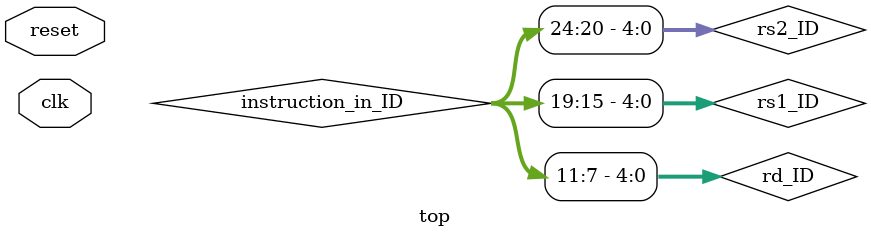
<source format=sv>

module top #(parameter size = 32, GHR_size = 10, PC_size = 10) (
    input clk,
    input reset
    //output logic out     
    );
    
    /************************************************************* IF Satge *******************************************************************/
    
    logic [size - 1 : 0] PC_out;
    logic [size - 1: 0] jump_mux_out;
    logic PC_write;
    
    // Instentiating Program Counter Module
    program_counter pc(
    .clk(clk),
    .reset(reset),
    .PC_write(PC_write),
    .jump_mux_out(jump_mux_out),
    // Output
    .PC_out(PC_out) 
    );
    
    logic [size - 1 : 0] PC_adder_mux_out;
    logic [size-1 : 0] PC_EX_in;		// Program counetr from EX stage
    logic [size-1 : 0] ALU_out_EX;
    logic jump_flag_EX_in;
    logic [1:0] branch_comp_MUX_select_EX;
    logic [size-1 : 0] imm_EX_in;
    logic branch_signal;
    
    // Instentiating PC+4 adder Module
    PC_adder_MUX_IF_Stage pc_add_IF(
    .jump_flag_EX_in(jump_flag_EX_in),
    .PC_adder_mux_select(branch_comp_MUX_select_EX),
    .PC_out(PC_out),
    .ALU_out(ALU_out_EX),
    .PC_plus_offset_from_EX(PC_EX_in + imm_EX_in),
    .PC_EX(PC_EX_in),
    // Output
    .PC_adder_mux_out(PC_adder_mux_out)
    );
    
       
    //logic jump_flag;        
    //assign jump_flag_ID = IF_data_out[64];  // Jump Mux control signal generagted in the ID stage and stored in the ID/IF pipeline register
    
    logic jump_flag_MEM_in;
    logic branch_jump_flag;		// Actual branch signal form branch comparators
    logic [size-1 : 0] ALU_out_MEM_in;
    //logic [size - 1 : 0] ALU_in_MEM;       // output of ALU
     
    //assign out =  jump_flag  ;
      
    // Intentiating Mux module to comtrol jump
    
    logic YAGS_prediction;			// branch predictor output (1 for taken, 0 for not taken)
    logic [size - 1 : 0] branch_comp_MUX_out_EX;
    logic [size - 1: 0] imm_YAGS;
    logic PHT_prediction;
    
    // Jump MUX
    jump_mux jal(
    .PC_out(PC_out),
    .YAGS_prediction(YAGS_prediction),
    .branch_comp_MUX_out_EX(PC_adder_mux_out),
    .imm_YAGS(imm_YAGS),
    .PHT_prediction(PHT_prediction),
    // Output
    .jump_mux_out(jump_mux_out)
    );
    
    logic [size-1 : 0] IMem_Intruction;
    //logic [63:0] IF_data_out;  // Output of IF Stage (65-bit)
    logic branch_check;
    
    // Instentiating Instruction Memeory Module
    inst_mem IMem(
	    .PC_in(PC_out),
	    // Output
	    .instruction(IMem_Intruction),
	    .branch_check(branch_check),
	    .imm_YAGS(imm_YAGS)
	    );
    
    	// Pattern History tabke Output	(1 for taken, 0 for not taken)
    logic PHT_conflict;	// Flag to check whether the actual prediction macthes the PHT prediction (1 for match, 0 for mismatch) 
    logic [ GHR_size - 1 : 0 ] GHR;
    logic PHT_prediction_EX;
    logic Taken_Arr_prediction;
    logic Taken_Arr_hit;
    logic Not_Taken_Arr_prediction;
    logic Not_Taken_Arr_hit; 
    logic [ PC_size - 1 : 0 ] Taken_Arr_Index;
    logic [ PC_size - 1 : 0 ] Not_Taken_Arr_Index;
    logic [ PC_size - 1 : 0 ] Taken_Arr_Index_EX;
    logic [ PC_size - 1 : 0 ] Not_Taken_Arr_Index_EX;
    logic YAGS_prediction_EX;
    
    logic T_NT_Arr_hit_IF;
    logic T_NT_Arr_hit_ID;
    logic T_NT_Arr_hit_EX;
    
    logic Taken_Arr_prediction_IF;
    logic Not_Taken_Arr_prediction_IF;
    logic Taken_Arr_prediction_ID;
    logic Not_Taken_Arr_prediction_ID;
    logic Taken_Arr_prediction_EX;
    logic Not_Taken_Arr_prediction_EX;
    logic Taken_Arr_hit_EX;
    logic Not_Taken_Arr_hit_EX;
    
    Taken_Array T_cache ( 
	.clk(clk),
	.rst(reset),
	.Current_PC(PC_out[PC_size-1:0]),
	.PC_from_branch_comp(PC_EX_in[PC_size-1:0]),
	.GHR(GHR),
	.PHT_prediction_EX(PHT_prediction_EX),
	.PHT_prediction(PHT_prediction),
	.actual_prediction(branch_jump_flag),
	.branch_signal(branch_signal),
	.Taken_Arr_Index_EX(Taken_Arr_Index_EX),
	.branch(branch_check),
	.Taken_Arr_hit_EX(Taken_Arr_hit_EX),
	// outputs
	.Taken_Arr_Index(Taken_Arr_Index),
	.Taken_Arr_prediction(Taken_Arr_prediction_IF),
	.Taken_Arr_hit(Taken_Arr_hit)
	 ); 
	 
    Not_Taken_Array NT_cache ( 
	.clk(clk),
	.rst(reset),
	.Current_PC(PC_out[PC_size-1:0]),
	.PC_from_branch_comp(PC_EX_in[PC_size-1:0]),
	.GHR(GHR),
	.PHT_prediction_EX(PHT_prediction_EX),
	.PHT_prediction(PHT_prediction),
	.actual_prediction(branch_jump_flag),
	.branch_signal(branch_signal),
	.Not_Taken_Arr_Index_EX(Not_Taken_Arr_Index_EX),
	.branch(branch_check),
	.Not_Taken_Arr_hit_EX(Not_Taken_Arr_hit_EX),
	// outputs
	.Not_Taken_Arr_Index(Not_Taken_Arr_Index),
	.Not_Taken_Arr_prediction(Not_Taken_Arr_prediction_IF),
	.Not_Taken_Arr_hit(Not_Taken_Arr_hit)
	 );
	 
	  
    // Instantiating branch Predictor
    YAGS_branch_predictor YAGS_Predictor (
	.clk(clk), 
	.rst(reset), 
	.actual_prediction(branch_jump_flag), 
	.branch(branch_check), 
	.branch_signal(branch_signal),  //this is for the BRANCH signal from ex stage to initiate the history register
	.PHT_conflict(PHT_conflict),
	.PC(PC_out[PC_size-1:0]), 
	.PC_from_branch_comp(PC_EX_in[PC_size-1:0]),
	.GHR(GHR),
	.Taken_Arr_prediction(Taken_Arr_prediction_IF),
	.Taken_Arr_hit(Taken_Arr_hit),
	.Not_Taken_Arr_prediction(Not_Taken_Arr_prediction_IF),
	.Not_Taken_Arr_hit(Not_Taken_Arr_hit),
	.T_NT_Arr_hit_EX(T_NT_Arr_hit_EX),
	.Taken_Arr_prediction_EX(Taken_Arr_prediction_EX),
	.NOT_Taken_Arr_prediction_EX(Not_Taken_Arr_prediction_EX),
	// outputs
	.PHT_prediction(PHT_prediction),
	.YAGS_prediction(YAGS_prediction) ,
	.T_NT_Arr_hit(T_NT_Arr_hit_IF)
	);
	 	  
    /************************************************************* IF / ID Satge Register *******************************************************************/   
    logic [31:0] PC_in_ID, instruction_in_ID;
    logic IF_ID_reg_write_en;
    logic flush;
    logic YAGS_prediction_ID;
    logic PHT_prediction_ID;
    logic YAGS_conflict;
    logic [ PC_size - 1 : 0 ] Taken_Arr_Index_ID;
    logic [ PC_size - 1 : 0 ] Not_Taken_Arr_Index_ID;
    logic jump_instruction_EX;
    logic Taken_Arr_hit_ID;
    logic Not_Taken_Arr_hit_ID;
    
    // If/ID Stage Register
    IF_ID_Stage_Reg REG_IF_ID(
    .clk(clk),
    .reset(reset),
    .flush(flush),
    .PHT_conflict(PHT_conflict),
    .IF_ID_reg_write_en(IF_ID_reg_write_en),
    .PC_out_IF(PC_out),
    .instruction_out_IF(IMem_Intruction),
    .YAGS_prediction_IF(YAGS_prediction),
    .PHT_prediction_IF(PHT_prediction),
    .Taken_Arr_Index_IF(Taken_Arr_Index),
    .Not_Taken_Arr_Index_IF(Not_Taken_Arr_Index),
    .YAGS_conflict(YAGS_conflict),
    .T_NT_Arr_hit_IF(T_NT_Arr_hit_IF),
    .Taken_Arr_prediction_IF(Taken_Arr_prediction_IF),
    .Not_Taken_Arr_prediction_IF(Not_Taken_Arr_prediction_IF),
    .jump_instruction_EX(jump_instruction_EX),
    .Taken_Arr_hit_IF(Taken_Arr_hit),
    .Not_Taken_Arr_hit_IF(Not_Taken_Arr_hit),
    // outputs of ID/EX Register
    .PC_in_ID(PC_in_ID),
    .instruction_in_ID(instruction_in_ID),
    .YAGS_prediction_ID(YAGS_prediction_ID),
    .PHT_prediction_ID(PHT_prediction_ID),
    .Taken_Arr_Index_ID(Taken_Arr_Index_ID),
    .Not_Taken_Arr_Index_ID(Not_Taken_Arr_Index_ID),
    .T_NT_Arr_hit_ID(T_NT_Arr_hit_ID),
    .Taken_Arr_prediction_ID(Taken_Arr_prediction_ID),
    .Not_Taken_Arr_prediction_ID(Not_Taken_Arr_prediction_ID),
    .Taken_Arr_hit_ID(Taken_Arr_hit_ID),
    .Not_Taken_Arr_hit_ID(Not_Taken_Arr_hit_ID)
    );
     
    /************************************************************* ID Satge *******************************************************************/

    logic [4:0] rs1_ID, rs2_ID, rd_ID;
    logic [size-1 : 0] data1_ID_out, data2_ID_out;
    
    assign rs1_ID = instruction_in_ID[19:15];
    assign rs2_ID = instruction_in_ID[24:20];
    assign rd_ID = instruction_in_ID[11:7];
    
    logic [size - 1 : 0] imm_ID;    // immediate output from immediate generator
    
    imm_gen im_gen(
    .instruction_in(instruction_in_ID),
    // Output
    .imm_out(imm_ID)
    );
    
    
    logic reg_wr_en_ID_out;
    logic B_Sel_ID_out;
    logic [3:0] ALU_Sel_ID_out;
    logic DMemWR_ID_out;
    logic [1:0] WB_Sel_ID_out;
    logic [1:0] store_size_ID_out;
    logic [2:0] load_size_ID_out;
    logic jalr_flag_ID_out;
    logic jump_flag_ID_out;
    logic BrUn_ID_out;

    
    logic load_hazard_ID;
    
    control_logic cl( 
    .instruction(instruction_in_ID),
    //.BrEq(BrEq_ID_in),
    //.BrLt(BrLt_ID_in),
    // Outputs
    .reg_wr_en(reg_wr_en_ID_out),
    .BSel(B_Sel_ID_out),
    .DMemWR(DMemWR_ID_out),
    .jalr_flag(jalr_flag_ID_out),
    .jump_flag(jump_flag_ID_out),
    .BrUn(BrUn_ID_out),
    .WB_Sel(WB_Sel_ID_out),
    .store_size(store_size_ID_out),
    .load_size(load_size_ID_out),
    .ALU_Sel(ALU_Sel_ID_out),
    .load_hazard_ID(load_hazard_ID)
    );
      
    
    logic [size - 1:0] mux_wb_out;     // Output of last mux, data to be written into the register 
    logic [size-1:0] instruction_WB_in;
    logic [4:0] rd_WB_in;
    logic reg_wr_en_WB_in;
    assign rd_WB_in = instruction_WB_in[11:7];
 
        
    reg_file register_file(
    .clk(clk),
    .reg_wr_en(reg_wr_en_WB_in),
    .rs1(rs1_ID),
    .rs2(rs2_ID),
    .rd(rd_WB_in),
    .dataW_reg_file(mux_wb_out),
    .data1(data1_ID_out),
    .data2(data2_ID_out)
    );
    
//    logic [size-1:0] mux_RAW_ID_data1_out;
//    logic forward_C;   // mux_RAW_rs1 select signal
    
//    mux_RAW_ID_rs1 RAW_ID_rs1(
//    .reg_out_data1(data1_ID_out),
//    .WB_out_data1(mux_wb_out),
//    .mux_Sel_RAW_ID_rs1(forward_C),
//    .mux_RAW_ID_data1_out(mux_RAW_ID_data1_out)
//    );
    
//    logic [size-1:0] mux_RAW_ID_data2_out;
//    logic forward_D;   // mux_RAW_rs2 select signal
    
//    mux_RAW_ID_rs2 RAW_ID_rs2(
//    .reg_out_data2(data2_ID_out),
//    .WB_out_data2(mux_wb_out),
//    .mux_Sel_RAW_ID_rs2(forward_D),
//    .mux_RAW_ID_data2_out(mux_RAW_ID_data2_out)
//    );
    
    //logic [4:0] rs1_EX_in;
    //logic [4:0] rs2_EX_in;
  
    logic [size-1 : 0] data1_EX_in;
    logic [size-1 : 0] data2_EX_in;
    //logic [4 : 0] rd_EX_in;
    logic [size-1 : 0] instruction_EX_in;
    logic reg_wr_en_EX_in;
    logic B_Sel_EX_in;
    logic [3:0] ALU_Sel_EX_in;
    logic DMemWR_EX_in;
    logic [1:0] WB_Sel_EX_in;
    logic [1:0] store_size_EX_in;
    logic [2:0] load_size_EX_in;
    logic jalr_flag_EX_in;
    //logic jump_flag_EX_in;
    logic BrUn_EX_in;
    //logic BrLt_EX_out;
    //logic BrEq_EX_out;
    
    
    
    logic stall_mux_Sel;
    logic load_hazard_EX;
    
    hazard_detection_unit hd(
    .instruction_ID_in(instruction_in_ID),
    .instruction_EX_in(instruction_EX_in),
    .DMemWR_EX_in(DMemWR_EX_in),
    .WB_Sel_EX_in(WB_Sel_EX_in),
    .reg_wr_en_EX_in(reg_wr_en_EX_in),
    .load_hazard_EX(load_hazard_EX),
    // Outputs
    .PC_write(PC_write),
    .IF_ID_reg_write_en(IF_ID_reg_write_en),
    .stall_mux_Sel(stall_mux_Sel)  
    );
    
    logic stall_reg_wr_en;
    logic stall_BSel;
    logic stall_DMemWR;
    logic stall_jalr_flag;
    logic stall_jump_flag;
    logic stall_BrUn;
    logic [1:0] stall_WB_Sel;
    logic [1:0] stall_store_size;
    logic [2:0] stall_load_size;
    logic [3:0] stall_ALU_Sel;
    
    mux_stall_signals_control stall(
    .stall_mux_Sel(stall_mux_Sel),
    .reg_wr_en(reg_wr_en_ID_out),                       // register write enable
//    .BSel(B_Sel_ID_out),                              // immediate select fot BSel = 1
    .DMemWR(DMemWR_ID_out),                             // Read/Write enable fr data memeory 1 to write, 0 to read
//    .jalr_flag(jalr_flag_ID_out),                     // jalr instrcution flag
//    .jump_flag(jump_flag_ID_out),                     //  jal flag
//    .BrUn(BrUn_ID_out),                               // unsigned branch flag
//    .WB_Sel(WB_Sel_ID_out),                           // slect between ALU result and data mmeory result. 1 for ALU, 0 for data meomory
//    .store_size(store_size_ID_out),                   // defining size of data to be stored in case of store instruction
//    .load_size(load_size_ID_out),                     // defining size of data to be loaded in case of store instruction    
//    .ALU_Sel(ALU_Sel_ID_out),                         // ALU operation select based upon func3 bits and bit 6 of funct7
    
    //Outputs
    .stall_reg_wr_en(stall_reg_wr_en),
//    .stall_BSel(stall_BSel),
    .stall_DMemWR(stall_DMemWR)
//    .stall_jalr_flag(stall_jalr_flag),
//    .stall_jump_flag(stall_jump_flag),
//    .stall_BrUn(stall_BrUn),
//    .stall_WB_Sel(stall_WB_Sel),
//    .stall_store_size(stall_store_size),
//    .stall_load_size(stall_load_size),
//    .stall_ALU_Sel(stall_ALU_Sel)
    );
    
    /************************************************************* ID/ EX Satge Register *******************************************************************/
     
    ID_EX_Stage_Reg REG_ID_EX(
    .clk(clk),
    .reset(reset),
    .flush(flush),
     .PHT_conflict(PHT_conflict),
    //.rs1_ID(rs1_ID),
    //.rs2_ID(rs2_ID),
    .instruction_ID_in(instruction_in_ID),      // INSTRUCTION ADDED
    .PC_ID_out(PC_in_ID),
    .data1_ID_out(data1_ID_out),
    .data2_ID_out(data2_ID_out),
    .imm_ID_out(imm_ID),
    //.rd_ID_out(rd_ID),
    .reg_wr_en_ID_out(stall_reg_wr_en),
    .B_Sel_ID_out(B_Sel_ID_out),
    .ALU_Sel_ID_out(ALU_Sel_ID_out),
    .DMemWR_ID_out(stall_DMemWR),
    .WB_Sel_ID_out(WB_Sel_ID_out),
    .store_size_ID_out(store_size_ID_out),
    .load_size_ID_out(load_size_ID_out),
    .jalr_flag_ID_out(jalr_flag_ID_out),
    .jump_flag_ID_out(jump_flag_ID_out),
    .BrUn_ID_out(BrUn_ID_out),
    .load_hazard_ID(load_hazard_ID),
    .YAGS_prediction_ID(YAGS_prediction_ID),
    .PHT_prediction_ID(PHT_prediction_ID),
    .Taken_Arr_Index_ID(Taken_Arr_Index_ID),
    .Not_Taken_Arr_Index_ID(Not_Taken_Arr_Index_ID),
    .YAGS_conflict(YAGS_conflict),
    .T_NT_Arr_hit_ID(T_NT_Arr_hit_ID),
    .Taken_Arr_prediction_ID(Taken_Arr_prediction_ID),
    .Not_Taken_Arr_prediction_ID(Not_Taken_Arr_prediction_ID),
    .jump_instruction_EX(jump_instruction_EX),
    .Taken_Arr_hit_ID(Taken_Arr_hit_ID),
    .Not_Taken_Arr_hit_ID(Not_Taken_Arr_hit_ID),
    //.BrLt_ID_in(BrLt_ID_in),
    //.BrEq_ID_in(BrEq_ID_in),
    
    // Outputs of ID/EX Register
    //.rs1_EX_in(rs1_EX_in),
    //.rs2_EX_in(rs2_EX_in),
    
    // outputs
    .PC_EX_in(PC_EX_in),
    .data1_EX_in(data1_EX_in),
    .data2_EX_in(data2_EX_in),
    .imm_EX_in(imm_EX_in),
    //.rd_EX_in(rd_EX_in),
    .instruction_EX_in(instruction_EX_in),      // INSTRUCTION ADDED
    .reg_wr_en_EX_in(reg_wr_en_EX_in),
    .B_Sel_EX_in(B_Sel_EX_in),
    .ALU_Sel_EX_in(ALU_Sel_EX_in),
    .DMemWR_EX_in(DMemWR_EX_in),
    .WB_Sel_EX_in(WB_Sel_EX_in),
    .store_size_EX_in(store_size_EX_in),
    .load_size_EX_in(load_size_EX_in),
    .jalr_flag_EX_in(jalr_flag_EX_in),
    .jump_flag_EX_in(jump_flag_EX_in),
    .BrUn_EX_in(BrUn_EX_in),
    .load_hazard_EX(load_hazard_EX),
    .YAGS_prediction_EX(YAGS_prediction_EX),
    .PHT_prediction_EX(PHT_prediction_EX),
    .Taken_Arr_Index_EX(Taken_Arr_Index_EX),
    .Not_Taken_Arr_Index_EX(Not_Taken_Arr_Index_EX),
    .T_NT_Arr_hit_EX(T_NT_Arr_hit_EX),
    .Taken_Arr_prediction_EX(Taken_Arr_prediction_EX),
    .NOT_Taken_Arr_prediction_EX(Not_Taken_Arr_prediction_EX),
    .Taken_Arr_hit_EX(Taken_Arr_hit_EX),
    .Not_Taken_Arr_hit_EX(Not_Taken_Arr_hit_EX)
    //.BrLt_EX_out(BrLt_EX_out),
    //.BrEq_EX_out(BrEq_EX_out) 
    );
    
    /************************************************************* EX Satge *******************************************************************/
    
    logic BrLt;
    logic BrEq;
    logic [size-1 : 0] mux_out_A;
    logic [size-1 : 0] mux_out_B;
       
    branch_comparator bcmp(
    .data1(mux_out_A),
    .data2(mux_out_B),
    .BrUn(BrUn_EX_in),
    // Outputs
    .BrLt(BrLt),      // output from EX satge and direct input to control logic in ID stage
    .BrEq(BrEq)       // output from EX satge and direct input to control logic in ID stage
    );
    
    branch_jump_decision branch( 
    .jump_flag_EX_in(jump_flag_EX_in),
    .instruction_EX_in(instruction_EX_in),
    .BrLt(BrLt),                                // beq branch flag
    .BrEq(BrEq),                                // blt branch flag                                
     // Outputs                       
    .branch_signal(branch_signal),             //this is for the BRANCH signal ti the IF stage to initiate the history register
    .branch_jump_flag(branch_jump_flag),       //  branch flag from comparator
    .jump_instruction_EX(jump_instruction_EX),
    .flush(flush)
    );
    
  
   signal_gen_for_branch_mux signal_gen(
   //INPUTS
   .PHT_prediction_EX(PHT_prediction_EX), 
   .actual_prediction(branch_jump_flag),
   .jump_flag_EX_in(jump_flag_EX_in),
   .YAGS_prediction_EX(YAGS_prediction_EX),
   .branch_signal(branch_signal),
   .clk(clk),
   //OUTPUTS
   .branch_comp_MUX_select_EX(branch_comp_MUX_select_EX),
   .PHT_conflict(PHT_conflict),
   .YAGS_conflict(YAGS_conflict)	// from EX Stage
   );
  
  
   global_history_register global_history( 
	.clk(clk),
	.rst(reset),
	.branch_signal(branch_signal),
	.actual_prediction(branch_jump_flag),
	.GHR(GHR)	
	);
    /*
    always_comb
	    begin
	    
		    if( YAGS_prediction_EX == 1 && branch_jump_flag == 0 )	// T/NT conflict
			    begin
			    	branch_comp_MUX_select_EX = 3;
			    	conflict = 1;
			    end
		    else if( YAGS_prediction_EX == 0 && branch_jump_flag == 1 )	// NT/T conflict
			    begin
			    	branch_comp_MUX_select_EX = 1;
			    	conflict = 1;
			    end
		    else if(jump_flag_EX_in)					// unconditional jump
			    begin
			    	branch_comp_MUX_select_EX = 2;
			    	conflict = 0;
			    end
		    else
			    begin
			    	branch_comp_MUX_select_EX = 0;			// normal operation
			    	conflict = 0;
			    end	
	    end	
	    
	*/    
	    
	    
	    
    logic [1:0] mux_sel_forwars_A;
    logic [1:0] mux_sel_forwars_B;
    logic [4:0] rd_MEM_in;
    logic reg_wr_en_MEM_in;
    logic data_hazard_MEM;
    logic data_hazard_WB; 
    logic [size-1:0] instruction_MEM_in;

    logic [1:0] store_data_hazard_sel;
    logic DMemWR_MEM_in;
    
    forwarding_unit fwd(
    //.rd_MEM_in(rd_MEM_in),
    //.rd_WB_in(rd_WB_in),
    .instruction_ID_in(instruction_in_ID),
    .instruction_EX_in(instruction_EX_in),
    .instruction_MEM_in(instruction_MEM_in),
    .instruction_WB_in(instruction_WB_in),
    .DMemWR_EX_in(DMemWR_EX_in),
    .DMemWR_MEM_in(DMemWR_MEM_in),
    //.rs1_EX_in(rs1_EX_in),
    //.rs2_EX_in(rs2_EX_in),
    .reg_wr_en_MEM_in(reg_wr_en_MEM_in),
    .reg_wr_en_WB_in(reg_wr_en_WB_in),
    
    // Outputs
    .forward_A(mux_sel_forwars_A),
    .forward_B(mux_sel_forwars_B),
    //.forward_C(forward_C),
    //.forward_D(forward_D),
    .data_hazard_MEM(data_hazard_MEM),
    .data_hazard_WB(data_hazard_WB),
    .store_data_hazard_sel(store_data_hazard_sel)
    );
    
 
    mux_forward_A forward_A(
    .input1(data1_EX_in),
    .input2(ALU_out_MEM_in),
    .input3(mux_wb_out),
    //outputs
    .mux_sel_forwars_A(mux_sel_forwars_A),
    .mux_out_A(mux_out_A)
    );
    
    logic [size - 1:0] mux_jalr_out_EX;
    
    mux_jalr jalr(
    .jalr_flag(jalr_flag_EX_in),
    .PC_out(PC_EX_in),
    .data1(mux_out_A),
    // Output
    .mux_jalr_out(mux_jalr_out_EX)  
    );
    
    logic [size - 1 : 0] mux_IR_out_EX;   // Output of Immediate select MUX

     
    logic [size - 1 : 0] store_data_hazard_mux_out;
    
    mux_forward_B forward_B(
    .input1(data2_EX_in),
    .input2(ALU_out_MEM_in),
    .input3(mux_wb_out),
    // outputs
    .mux_sel_forwars_B(mux_sel_forwars_B),
    .mux_out_B(mux_out_B)
    );
    
    mux_R_I_type_select m_I_R(
    .B_Sel(B_Sel_EX_in),
    .data2(mux_out_B),
    .imm(imm_EX_in),
    // Output
    .mux_IR_out(mux_IR_out_EX)
    );
    
    
    store_data_hazard_mux store_hazard(
    .store_data_hazard_mux_Sel(store_data_hazard_sel),
    .input1(data2_EX_in),
    .input2(ALU_out_MEM_in),
    .input3(mux_wb_out),
    .store_data_hazard_mux_out(store_data_hazard_mux_out)
    );
    
    
    //logic [size-1 : 0] ALU_out_EX;
    
    alu_logic alu(
    .op1(mux_jalr_out_EX),
    .op2(mux_IR_out_EX) ,
    .ALU_Select(ALU_Sel_EX_in),
    .ALU_out(ALU_out_EX)
    );
        
    logic [size-1 : 0] PC_MEM_in, data1_MEM_in, data2_MEM_in;

   
    logic [1:0] WB_Sel_MEM_in;
    logic [1:0] store_size_MEM_in;
    logic [2:0] load_size_MEM_in;
    logic [size-1:0] data2_EX_out_stored_hazard_mux;
    
    /************************************************************* EX / MEM Stage Register *******************************************************************/
    
    // EX/MEM Stage Register Iplementation
    EX_MEM_Stage_Reg REG_EX_MEM(
    .clk(clk),
    .reset(reset),
    .PC_EX_in(PC_EX_in),
    .ALU_out_EX(ALU_out_EX),
    .data1_EX_in(data1_EX_in),
    .data2_EX_in(data2_EX_in),
    .data2_EX_in_stored_hazard_mux(store_data_hazard_mux_out),
    //.imm_EX_in(imm_EX_in),
    .reg_wr_en_EX_in(reg_wr_en_EX_in),
    //.rd_EX_in(rd_EX_in),
    .instruction_EX_in(instruction_EX_in),
    .DMemWR_EX_in(DMemWR_EX_in),
    .WB_Sel_EX_in(WB_Sel_EX_in),
    .store_size_EX_in(store_size_EX_in),
    .load_size_EX_in(load_size_EX_in),
    //.jump_flag_EX_in(jump_flag_EX_in),
    
    // Outputs
    .PC_MEM_in(PC_MEM_in),
    .ALU_out_MEM_in(ALU_out_MEM_in),
    .data2_EX_out_stored_hazard_mux(data2_EX_out_stored_hazard_mux),
    .data1_MEM_in(data1_MEM_in),
    .data2_MEM_in(data2_MEM_in),
    //.rd_MEM_in(rd_MEM_in),
    .instruction_MEM_in(instruction_MEM_in),
    .DMemWR_MEM_in(DMemWR_MEM_in),
    .reg_wr_en_MEM_in(reg_wr_en_MEM_in),
    .WB_Sel_MEM_in(WB_Sel_MEM_in),
    .store_size_MEM_in(store_size_MEM_in),
    .load_size_MEM_in(load_size_MEM_in)
    //.jump_flag_MEM_in(jump_flag_MEM_in)
    );
    
    
    /************************************************************* MEM Satge *******************************************************************/
    
    logic [size-1 : 0] DMEM_out_MEM;
   
    
    data_mem DMem(
    .clk(clk),
    .address(ALU_out_MEM_in),
    .dataW_DMem(data2_EX_out_stored_hazard_mux),
    .DMemWR(DMemWR_MEM_in),
    .store_size(store_size_MEM_in),
    .load_size(load_size_MEM_in),
    // Output
    .dataR(DMEM_out_MEM) 
    );
    
    logic [size-1 : 0] PC_adder_out_MEM;
    
    PC_adder_MEM_Stage pc_adder_MEM(
    .PC_out(PC_MEM_in),
    // output
    .adder_PC_out(PC_adder_out_MEM) 
    );
    
    
    logic [size-1 : 0] PC_adder_out_WB_in;
    logic [size-1 : 0] ALU_out_WB_in;
    logic [size-1 : 0] DMEM_out_WB_in;
    logic [size-1 : 0] data1_WB_in;
    logic [size-1 : 0] data2_WB_in;
    
    logic [1:0] WB_Sel_WB_in;
    logic [size-1 : 0] PC_WB_in;
    
    /************************************************************* MEM / WB Satge Register *******************************************************************/
    
    // EX/MEM Stage Register Iplementation
    MEM_WB_Stage_Reg REG_MEM_WB(
    .clk(clk),
    .reset(reset),
    .PC_MEM_in(PC_MEM_in),
    .PC_adder_out_MEM(PC_adder_out_MEM),
    .ALU_out_MEM_in(ALU_out_MEM_in),
    .DMEM_out_MEM(DMEM_out_MEM),
    .data1_MEM_in(data1_MEM_in),
    .data2_MEM_in(data2_MEM_in),
    //.rd_MEM_in(rd_MEM_in),
    .instruction_MEM_in(instruction_MEM_in),
    .reg_wr_en_MEM_in(reg_wr_en_MEM_in),
    .WB_Sel_MEM_in(WB_Sel_MEM_in),
    
    // outputs
    .PC_WB_in(PC_WB_in),
    .PC_adder_out_WB_in(PC_adder_out_WB_in),
    .ALU_out_WB_in(ALU_out_WB_in),
    .DMEM_out_WB_in(DMEM_out_WB_in),
    .data1_WB_in(data1_WB_in),
    .data2_WB_in(data2_WB_in),
    //.rd_WB_in(rd_WB_in),
    .instruction_WB_in(instruction_WB_in),
    .reg_wr_en_WB_in(reg_wr_en_WB_in),
    .WB_Sel_WB_in(WB_Sel_WB_in)
    );
    
    /************************************************************* WB Satge *******************************************************************/    
   	
	logic [size-1:0] pc_4;
	assign pc_4 = PC_WB_in + 32'd4;

	mux_reg_write_back MUX(
	    .PC_adder_out(PC_adder_out_WB_in),
	    .ALU_out(ALU_out_WB_in),
	    .DMem_out(DMEM_out_WB_in),
	    .WB_Sel(WB_Sel_WB_in),
	    .MUX_WB_OUT(mux_wb_out) 
	    );
    
/*
	tracer tracer_ip (
	.clk_i(clk),
	.rst_ni(~reset),
	.hart_id_i(32'b0),
	.rvfi_valid(1'b1),
	.rvfi_insn_t(instruction_WB_in),
	.rvfi_rs1_addr_t(instruction_WB_in[19:15]),
	.rvfi_rs2_addr_t(instruction_WB_in[24:20]),
	.rvfi_rs1_rdata_t(data1_WB_in),
	.rvfi_rs2_rdata_t(data2_WB_in),
	.rvfi_rd_addr_t(instruction_WB_in[11:7]),
	.rvfi_rd_wdata_t(mux_wb_out),
	.rvfi_pc_rdata_t(PC_WB_in),
	.rvfi_pc_wdata_t(pc_4),
	.rvfi_mem_addr(0),
	.rvfi_mem_rmask(0),
	.rvfi_mem_wmask(0),
	.rvfi_mem_rdata(0),
	.rvfi_mem_wdata(0)
	);
 */   
endmodule


</source>
